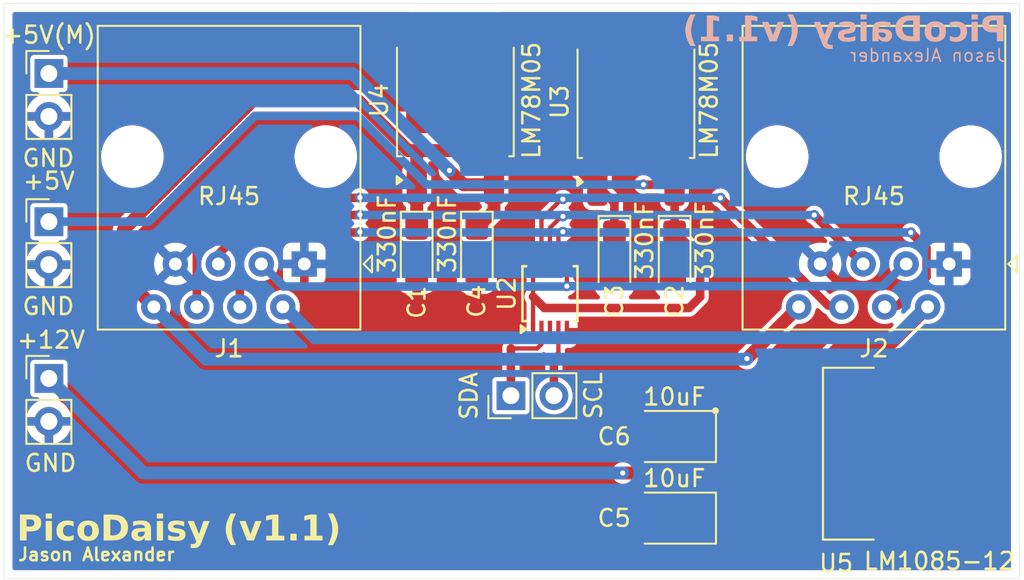
<source format=kicad_pcb>
(kicad_pcb (version 20240108) (generator "pcbnew") (generator_version "8.0")
  (title_block (title "PicoChain Generic Reference Device Implementation") (date "2024-08-22") (rev "v1.1") (comment 2 "http://www.tapr.org/OHL") (comment 3 "Licence: The TAPR Open Hardware License") (comment 4 "Author: Jason Alexander"))
  (layers (0 "F.Cu" signal) (31 "B.Cu" signal) (34 "B.Paste" user) (35 "F.Paste" user) (36 "B.SilkS" user "B.Silkscreen") (37 "F.SilkS" user "F.Silkscreen") (38 "B.Mask" user) (39 "F.Mask" user) (44 "Edge.Cuts" user))
  (net 0 "")
  (net 1 "/+5V(M)")
  (net 2 "GND")
  (net 3 "+5V")
  (net 4 "+12V")
  (net 5 "Net-(J5-Pin_2)")
  (net 6 "Net-(U2-DSDAP)")
  (net 7 "Net-(U2-DSDAM)")
  (net 8 "Net-(U2-DSCLM)")
  (net 9 "Net-(U2-DSCLP)")
  (net 11 "Net-(J5-Pin_1)")
  (net 12 "+24V")
  (net 13 "/+12V(R)")
  (footprint "Capacitor_Tantalum_SMD:CP_EIA-3528-21_Kemet-B" (layer "F.Cu") (at 139.608 91.599 180)
    (property "Reference" "C6" (at 3.556 0 0) (layer "F.SilkS"))
    (property "Value" "10uF" (at 0 2.35 0) (layer "F.SilkS"))
    (fp_line (start 1.75 -1.51) (end -2.46 -1.51) (stroke (width 0.12)) (layer "F.SilkS"))
    (fp_line (start -2.46 1.51) (end 1.75 1.51) (stroke (width 0.12)) (layer "F.SilkS"))
    (fp_line (start -2.46 -1.51) (end -2.46 1.51) (stroke (width 0.12)) (layer "F.SilkS"))
    (pad "1" smd roundrect (at -1.5375 0 180) (size 1.325 2.35) (layers "F.Cu" "F.Paste" "F.Mask") (roundrect_rratio 0.188679) (net 13 "/+12V(R)"))
    (pad "2" smd roundrect (at 1.5375 0 180) (size 1.325 2.35) (layers "F.Cu" "F.Paste" "F.Mask") (roundrect_rratio 0.188679) (net 2 "GND"))
  )
  (footprint "LM1085IS-12:TO254P1524X483-4N" (layer "F.Cu") (at 151.038 92.615)
    (property "Reference" "U5" (at -1.87 6.477 0) (layer "F.SilkS"))
    (property "Value" "LM1085-12" (at 4.226 6.35 0) (layer "F.SilkS"))
    (fp_line (start -2.648 -5.08) (end -2.648 5.08) (stroke (width 0.127)) (layer "F.SilkS"))
    (fp_line (start -2.648 5.08) (end 0.35 5.08) (stroke (width 0.127)) (layer "F.SilkS"))
    (fp_line (start 0.35 -5.08) (end -2.648 -5.08) (stroke (width 0.127)) (layer "F.SilkS"))
    (fp_circle (center -9 -2.54) (end -8.9 -2.54) (stroke (width 0.2)) (fill none) (layer "F.SilkS"))
    (pad "1" smd roundrect (at -6.4 -2.54) (size 3.79 0.99) (layers "F.Cu" "F.Paste" "F.Mask") (roundrect_rratio 0.125) (net 2 "GND"))
    (pad "2" smd roundrect (at -6.4 0) (size 3.79 0.99) (layers "F.Cu" "F.Paste" "F.Mask") (roundrect_rratio 0.125) (net 13 "/+12V(R)"))
    (pad "3" smd roundrect (at -6.4 2.54) (size 3.79 0.99) (layers "F.Cu" "F.Paste" "F.Mask") (roundrect_rratio 0.125) (net 12 "+24V"))
    (pad "4" smd rect (at 4.48 0) (size 7.62 10.84) (layers "F.Cu" "F.Mask"))
  )
  (footprint "Capacitor_Tantalum_SMD:CP_EIA-3216-18_Kemet-A" (layer "F.Cu") (at 127.94 80.614 -90)
    (property "Reference" "C4" (at 2.984 0.016 90) (layer "F.SilkS"))
    (property "Value" "330nF" (at -1 1.75 90) (layer "F.SilkS"))
    (fp_line (start -2.31 0.935) (end 1.6 0.935) (stroke (width 0.12)) (layer "F.SilkS"))
    (fp_line (start -2.31 -0.935) (end -2.31 0.935) (stroke (width 0.12)) (layer "F.SilkS"))
    (fp_line (start 1.6 -0.935) (end -2.31 -0.935) (stroke (width 0.12)) (layer "F.SilkS"))
    (pad "1" smd roundrect (at -1.35 0 270) (size 1.4 1.35) (layers "F.Cu" "F.Paste" "F.Mask") (roundrect_rratio 0.185185) (net 1 "/+5V(M)"))
    (pad "2" smd roundrect (at 1.35 0 270) (size 1.4 1.35) (layers "F.Cu" "F.Paste" "F.Mask") (roundrect_rratio 0.185185) (net 2 "GND"))
  )
  (footprint "Package_SO:TSSOP-10_3x3mm_P0.5mm" (layer "F.Cu") (at 132.258 83.154 90)
    (property "Reference" "U2" (at 0 -2.55 90) (layer "F.SilkS"))
    (property "Value" "PCA9615DP")
    (fp_line (start 1.625 -1.625) (end 1.625 -1.4) (stroke (width 0.15)) (layer "F.SilkS"))
    (fp_line (start -1.625 -1.625) (end 1.625 -1.625) (stroke (width 0.15)) (layer "F.SilkS"))
    (fp_line (start -1.625 -1.625) (end -1.625 -1.4) (stroke (width 0.15)) (layer "F.SilkS"))
    (fp_line (start 1.625 1.625) (end 1.625 1.4) (stroke (width 0.15)) (layer "F.SilkS"))
    (fp_line (start -1.625 1.625) (end -1.625 1.4) (stroke (width 0.15)) (layer "F.SilkS"))
    (fp_line (start -1.625 1.625) (end 1.625 1.625) (stroke (width 0.15)) (layer "F.SilkS"))
    (fp_poly (pts (xy -2.1 -1.4) (xy -2.34 -1.73) (xy -1.86 -1.73) (xy -2.1 -1.4)) (stroke (width 0.12)) (fill solid) (layer "F.SilkS"))
    (pad "1" smd rect (at -2.15 -1 90) (size 1.1 0.25) (layers "F.Cu" "F.Paste" "F.Mask") (net 3 "+5V"))
    (pad "2" smd rect (at -2.15 -0.5 90) (size 1.1 0.25) (layers "F.Cu" "F.Paste" "F.Mask") (net 11 "Net-(J5-Pin_1)"))
    (pad "3" smd rect (at -2.15 0 90) (size 1.1 0.25) (layers "F.Cu" "F.Paste" "F.Mask"))
    (pad "4" smd rect (at -2.15 0.5 90) (size 1.1 0.25) (layers "F.Cu" "F.Paste" "F.Mask") (net 5 "Net-(J5-Pin_2)"))
    (pad "5" smd rect (at -2.15 1 90) (size 1.1 0.25) (layers "F.Cu" "F.Paste" "F.Mask") (net 2 "GND"))
    (pad "6" smd rect (at 2.15 1 90) (size 1.1 0.25) (layers "F.Cu" "F.Paste" "F.Mask") (net 8 "Net-(U2-DSCLM)"))
    (pad "7" smd rect (at 2.15 0.5 90) (size 1.1 0.25) (layers "F.Cu" "F.Paste" "F.Mask") (net 9 "Net-(U2-DSCLP)"))
    (pad "8" smd rect (at 2.15 0 90) (size 1.1 0.25) (layers "F.Cu" "F.Paste" "F.Mask") (net 6 "Net-(U2-DSDAP)"))
    (pad "9" smd rect (at 2.15 -0.5 90) (size 1.1 0.25) (layers "F.Cu" "F.Paste" "F.Mask") (net 7 "Net-(U2-DSDAM)"))
    (pad "10" smd rect (at 2.15 -1 90) (size 1.1 0.25) (layers "F.Cu" "F.Paste" "F.Mask") (net 3 "+5V"))
  )
  (footprint "Connector_PinHeader_2.54mm:PinHeader_1x02_P2.54mm_Vertical" (layer "F.Cu") (at 102.651 88.165)
    (property "Reference" "J3" (hide yes))
    (property "Value" "+12V" (at 0.127 -2.281 0) (layer "F.SilkS"))
    (fp_line (start -1.33 -1.33) (end 0 -1.33) (stroke (width 0.12)) (layer "F.SilkS"))
    (fp_line (start -1.33 0) (end -1.33 -1.33) (stroke (width 0.12)) (layer "F.SilkS"))
    (fp_line (start -1.33 1.27) (end -1.33 3.87) (stroke (width 0.12)) (layer "F.SilkS"))
    (fp_line (start -1.33 1.27) (end 1.33 1.27) (stroke (width 0.12)) (layer "F.SilkS"))
    (fp_line (start -1.33 3.87) (end 1.33 3.87) (stroke (width 0.12)) (layer "F.SilkS"))
    (fp_line (start 1.33 1.27) (end 1.33 3.87) (stroke (width 0.12)) (layer "F.SilkS"))
    (pad "1" thru_hole rect (at 0 0) (size 1.7 1.7) (drill 1) (layers "*.Cu" "*.Mask") (net 13 "/+12V(R)"))
    (pad "2" thru_hole oval (at 0 2.54) (size 1.7 1.7) (drill 1) (layers "*.Cu" "*.Mask") (net 2 "GND"))
  )
  (footprint "Connector_RJ:RJ45_Amphenol_54602-x08_Horizontal" (layer "F.Cu") (at 117.7445 81.396 180)
    (property "Reference" "J1" (at 4.445 -5 0) (layer "F.SilkS"))
    (property "Value" "RJ45" (at 4.445 4 0) (layer "F.SilkS"))
    (fp_line (start 12.205 -3.88) (end 12.205 14.08) (stroke (width 0.12)) (layer "F.SilkS"))
    (fp_line (start 12.205 -3.88) (end -3.315 -3.88) (stroke (width 0.12)) (layer "F.SilkS"))
    (fp_line (start -3.315 14.08) (end 12.205 14.08) (stroke (width 0.12)) (layer "F.SilkS"))
    (fp_line (start -3.315 -3.88) (end -3.315 14.08) (stroke (width 0.12)) (layer "F.SilkS"))
    (fp_line (start -3.5 0) (end -4 -0.5) (stroke (width 0.12)) (layer "F.SilkS"))
    (fp_line (start -4 0.5) (end -3.5 0) (stroke (width 0.12)) (layer "F.SilkS"))
    (fp_line (start -4 -0.5) (end -4 0.5) (stroke (width 0.12)) (layer "F.SilkS"))
    (pad "" np_thru_hole circle (at -1.27 6.35 180) (size 3.2 3.2) (drill 3.2) (layers "*.Cu" "*.Mask"))
    (pad "" np_thru_hole circle (at 10.16 6.35 180) (size 3.2 3.2) (drill 3.2) (layers "*.Cu" "*.Mask"))
    (pad "1" thru_hole rect (at 0 0 180) (size 1.5 1.5) (drill 0.76) (layers "*.Cu" "*.Mask") (net 2 "GND"))
    (pad "2" thru_hole circle (at 1.27 -2.54 180) (size 1.5 1.5) (drill 0.76) (layers "*.Cu" "*.Mask") (net 12 "+24V"))
    (pad "3" thru_hole circle (at 2.54 0 180) (size 1.5 1.5) (drill 0.76) (layers "*.Cu" "*.Mask") (net 8 "Net-(U2-DSCLM)"))
    (pad "4" thru_hole circle (at 3.81 -2.54 180) (size 1.5 1.5) (drill 0.76) (layers "*.Cu" "*.Mask") (net 9 "Net-(U2-DSCLP)"))
    (pad "5" thru_hole circle (at 5.08 0 180) (size 1.5 1.5) (drill 0.76) (layers "*.Cu" "*.Mask") (net 6 "Net-(U2-DSDAP)"))
    (pad "6" thru_hole circle (at 6.35 -2.54 180) (size 1.5 1.5) (drill 0.76) (layers "*.Cu" "*.Mask") (net 7 "Net-(U2-DSDAM)"))
    (pad "7" thru_hole circle (at 7.62 0 180) (size 1.5 1.5) (drill 0.76) (layers "*.Cu" "*.Mask") (net 2 "GND"))
    (pad "8" thru_hole circle (at 8.89 -2.54 180) (size 1.5 1.5) (drill 0.76) (layers "*.Cu" "*.Mask") (net 4 "+12V"))
  )
  (footprint "Capacitor_Tantalum_SMD:CP_EIA-3216-18_Kemet-A" (layer "F.Cu") (at 124.384 80.614 -90)
    (property "Reference" "C1" (at 3.048 -0.001 90) (layer "F.SilkS"))
    (property "Value" "330nF" (at -1 1.75 90) (layer "F.SilkS"))
    (fp_line (start -2.31 0.935) (end 1.6 0.935) (stroke (width 0.12)) (layer "F.SilkS"))
    (fp_line (start -2.31 -0.935) (end -2.31 0.935) (stroke (width 0.12)) (layer "F.SilkS"))
    (fp_line (start 1.6 -0.935) (end -2.31 -0.935) (stroke (width 0.12)) (layer "F.SilkS"))
    (pad "1" smd roundrect (at -1.35 0 270) (size 1.4 1.35) (layers "F.Cu" "F.Paste" "F.Mask") (roundrect_rratio 0.185185) (net 4 "+12V"))
    (pad "2" smd roundrect (at 1.35 0 270) (size 1.4 1.35) (layers "F.Cu" "F.Paste" "F.Mask") (roundrect_rratio 0.185185) (net 2 "GND"))
  )
  (footprint "Connector_PinHeader_2.54mm:PinHeader_1x02_P2.54mm_Vertical" (layer "F.Cu") (at 102.651 78.894)
    (property "Reference" "J6" (hide yes))
    (property "Value" "+5V" (at 0 -2.408 0) (layer "F.SilkS"))
    (fp_line (start -1.33 -1.33) (end 0 -1.33) (stroke (width 0.12)) (layer "F.SilkS"))
    (fp_line (start -1.33 0) (end -1.33 -1.33) (stroke (width 0.12)) (layer "F.SilkS"))
    (fp_line (start -1.33 1.27) (end -1.33 3.87) (stroke (width 0.12)) (layer "F.SilkS"))
    (fp_line (start -1.33 1.27) (end 1.33 1.27) (stroke (width 0.12)) (layer "F.SilkS"))
    (fp_line (start -1.33 3.87) (end 1.33 3.87) (stroke (width 0.12)) (layer "F.SilkS"))
    (fp_line (start 1.33 1.27) (end 1.33 3.87) (stroke (width 0.12)) (layer "F.SilkS"))
    (pad "1" thru_hole rect (at 0 0) (size 1.7 1.7) (drill 1) (layers "*.Cu" "*.Mask") (net 3 "+5V"))
    (pad "2" thru_hole oval (at 0 2.54) (size 1.7 1.7) (drill 1) (layers "*.Cu" "*.Mask") (net 2 "GND"))
  )
  (footprint "Capacitor_Tantalum_SMD:CP_EIA-3216-18_Kemet-A" (layer "F.Cu") (at 136.068 80.868 -90)
    (property "Reference" "C3" (at 2.73 0 90) (layer "F.SilkS"))
    (property "Value" "330nF" (at -0.868 -1.778 90) (layer "F.SilkS"))
    (fp_line (start -2.31 0.935) (end 1.6 0.935) (stroke (width 0.12)) (layer "F.SilkS"))
    (fp_line (start -2.31 -0.935) (end -2.31 0.935) (stroke (width 0.12)) (layer "F.SilkS"))
    (fp_line (start 1.6 -0.935) (end -2.31 -0.935) (stroke (width 0.12)) (layer "F.SilkS"))
    (pad "1" smd roundrect (at -1.35 0 270) (size 1.4 1.35) (layers "F.Cu" "F.Paste" "F.Mask") (roundrect_rratio 0.185185) (net 4 "+12V"))
    (pad "2" smd roundrect (at 1.35 0 270) (size 1.4 1.35) (layers "F.Cu" "F.Paste" "F.Mask") (roundrect_rratio 0.185185) (net 2 "GND"))
  )
  (footprint "Capacitor_Tantalum_SMD:CP_EIA-3216-18_Kemet-A" (layer "F.Cu") (at 139.624 80.868 -90)
    (property "Reference" "C2" (at 2.73 0 90) (layer "F.SilkS"))
    (property "Value" "330nF" (at -0.868 -1.778 90) (layer "F.SilkS"))
    (fp_line (start -2.31 0.935) (end 1.6 0.935) (stroke (width 0.12)) (layer "F.SilkS"))
    (fp_line (start -2.31 -0.935) (end -2.31 0.935) (stroke (width 0.12)) (layer "F.SilkS"))
    (fp_line (start 1.6 -0.935) (end -2.31 -0.935) (stroke (width 0.12)) (layer "F.SilkS"))
    (pad "1" smd roundrect (at -1.35 0 270) (size 1.4 1.35) (layers "F.Cu" "F.Paste" "F.Mask") (roundrect_rratio 0.185185) (net 3 "+5V"))
    (pad "2" smd roundrect (at 1.35 0 270) (size 1.4 1.35) (layers "F.Cu" "F.Paste" "F.Mask") (roundrect_rratio 0.185185) (net 2 "GND"))
  )
  (footprint "Package_TO_SOT_SMD:TO-252-2" (layer "F.Cu") (at 137.339 71.817 90)
    (property "Reference" "U3" (at 0 -4.5 90) (layer "F.SilkS"))
    (property "Value" "LM78M05" (at 0.093 4.317 90) (layer "F.SilkS"))
    (fp_line (start 3.11 -3.45) (end -3.31 -3.45) (stroke (width 0.12)) (layer "F.SilkS"))
    (fp_line (start -3.31 -3.45) (end -3.31 -3.18) (stroke (width 0.12)) (layer "F.SilkS"))
    (fp_line (start 3.11 3.45) (end -3.31 3.45) (stroke (width 0.12)) (layer "F.SilkS"))
    (fp_line (start -3.31 3.45) (end -3.31 3.18) (stroke (width 0.12)) (layer "F.SilkS"))
    (fp_poly (pts (xy -4.73 -3.14) (xy -4.97 -3.47) (xy -4.49 -3.47) (xy -4.73 -3.14)) (stroke (width 0.12)) (fill solid) (layer "F.SilkS"))
    (pad "1" smd roundrect (at -5.04 -2.28 90) (size 2.2 1.2) (layers "F.Cu" "F.Paste" "F.Mask") (roundrect_rratio 0.208333) (net 4 "+12V"))
    (pad "2" smd roundrect (at -0.415 -1.525 90) (size 3.05 2.75) (layers "F.Cu" "F.Paste") (roundrect_rratio 0.090909) (net 2 "GND"))
    (pad "2" smd roundrect (at -0.415 1.525 90) (size 3.05 2.75) (layers "F.Cu" "F.Paste") (roundrect_rratio 0.090909) (net 2 "GND"))
    (pad "2" smd roundrect (at 1.26 0 90) (size 6.4 5.8) (layers "F.Cu" "F.Mask") (roundrect_rratio 0.043103) (net 2 "GND"))
    (pad "2" smd roundrect (at 2.935 -1.525 90) (size 3.05 2.75) (layers "F.Cu" "F.Paste") (roundrect_rratio 0.090909) (net 2 "GND"))
    (pad "2" smd roundrect (at 2.935 1.525 90) (size 3.05 2.75) (layers "F.Cu" "F.Paste") (roundrect_rratio 0.090909) (net 2 "GND"))
    (pad "3" smd roundrect (at -5.04 2.28 90) (size 2.2 1.2) (layers "F.Cu" "F.Paste" "F.Mask") (roundrect_rratio 0.208333) (net 3 "+5V"))
  )
  (footprint "Capacitor_Tantalum_SMD:CP_EIA-3528-21_Kemet-B" (layer "F.Cu") (at 139.608 96.425 180)
    (property "Reference" "C5" (at 3.556 0 0) (layer "F.SilkS"))
    (property "Value" "10uF" (at 0 2.35 0) (layer "F.SilkS"))
    (fp_line (start 1.75 -1.51) (end -2.46 -1.51) (stroke (width 0.12)) (layer "F.SilkS"))
    (fp_line (start -2.46 1.51) (end 1.75 1.51) (stroke (width 0.12)) (layer "F.SilkS"))
    (fp_line (start -2.46 -1.51) (end -2.46 1.51) (stroke (width 0.12)) (layer "F.SilkS"))
    (pad "1" smd roundrect (at -1.5375 0 180) (size 1.325 2.35) (layers "F.Cu" "F.Paste" "F.Mask") (roundrect_rratio 0.188679) (net 12 "+24V"))
    (pad "2" smd roundrect (at 1.5375 0 180) (size 1.325 2.35) (layers "F.Cu" "F.Paste" "F.Mask") (roundrect_rratio 0.188679) (net 2 "GND"))
  )
  (footprint "Connector_PinHeader_2.54mm:PinHeader_1x02_P2.54mm_Vertical" (layer "F.Cu") (at 129.951 89.186 90)
    (property "Reference" "J5" (hide yes))
    (property "Value" "SCL" (at 0 4.87 90) (layer "F.SilkS"))
    (fp_line (start -1.33 -1.33) (end 0 -1.33) (stroke (width 0.12)) (layer "F.SilkS"))
    (fp_line (start -1.33 0) (end -1.33 -1.33) (stroke (width 0.12)) (layer "F.SilkS"))
    (fp_line (start 1.33 1.27) (end 1.33 3.87) (stroke (width 0.12)) (layer "F.SilkS"))
    (fp_line (start -1.33 1.27) (end 1.33 1.27) (stroke (width 0.12)) (layer "F.SilkS"))
    (fp_line (start -1.33 1.27) (end -1.33 3.87) (stroke (width 0.12)) (layer "F.SilkS"))
    (fp_line (start -1.33 3.87) (end 1.33 3.87) (stroke (width 0.12)) (layer "F.SilkS"))
    (pad "1" thru_hole rect (at 0 0 90) (size 1.7 1.7) (drill 1) (layers "*.Cu" "*.Mask") (net 11 "Net-(J5-Pin_1)"))
    (pad "2" thru_hole oval (at 0 2.54 90) (size 1.7 1.7) (drill 1) (layers "*.Cu" "*.Mask") (net 5 "Net-(J5-Pin_2)"))
  )
  (footprint "Connector_RJ:RJ45_Amphenol_54602-x08_Horizontal" (layer "F.Cu") (at 155.8445 81.396 180)
    (property "Reference" "J2" (at 4.445 -5 0) (layer "F.SilkS"))
    (property "Value" "RJ45" (at 4.445 4 0) (layer "F.SilkS"))
    (fp_line (start 12.205 -3.88) (end 12.205 14.08) (stroke (width 0.12)) (layer "F.SilkS"))
    (fp_line (start 12.205 -3.88) (end -3.315 -3.88) (stroke (width 0.12)) (layer "F.SilkS"))
    (fp_line (start -3.315 14.08) (end 12.205 14.08) (stroke (width 0.12)) (layer "F.SilkS"))
    (fp_line (start -3.315 -3.88) (end -3.315 14.08) (stroke (width 0.12)) (layer "F.SilkS"))
    (fp_line (start -3.5 0) (end -4 -0.5) (stroke (width 0.12)) (layer "F.SilkS"))
    (fp_line (start -4 0.5) (end -3.5 0) (stroke (width 0.12)) (layer "F.SilkS"))
    (fp_line (start -4 -0.5) (end -4 0.5) (stroke (width 0.12)) (layer "F.SilkS"))
    (pad "" np_thru_hole circle (at -1.27 6.35 180) (size 3.2 3.2) (drill 3.2) (layers "*.Cu" "*.Mask"))
    (pad "" np_thru_hole circle (at 10.16 6.35 180) (size 3.2 3.2) (drill 3.2) (layers "*.Cu" "*.Mask"))
    (pad "1" thru_hole rect (at 0 0 180) (size 1.5 1.5) (drill 0.76) (layers "*.Cu" "*.Mask") (net 2 "GND"))
    (pad "2" thru_hole circle (at 1.27 -2.54 180) (size 1.5 1.5) (drill 0.76) (layers "*.Cu" "*.Mask") (net 12 "+24V"))
    (pad "3" thru_hole circle (at 2.54 0 180) (size 1.5 1.5) (drill 0.76) (layers "*.Cu" "*.Mask") (net 8 "Net-(U2-DSCLM)"))
    (pad "4" thru_hole circle (at 3.81 -2.54 180) (size 1.5 1.5) (drill 0.76) (layers "*.Cu" "*.Mask") (net 9 "Net-(U2-DSCLP)"))
    (pad "5" thru_hole circle (at 5.08 0 180) (size 1.5 1.5) (drill 0.76) (layers "*.Cu" "*.Mask") (net 6 "Net-(U2-DSDAP)"))
    (pad "6" thru_hole circle (at 6.35 -2.54 180) (size 1.5 1.5) (drill 0.76) (layers "*.Cu" "*.Mask") (net 7 "Net-(U2-DSDAM)"))
    (pad "7" thru_hole circle (at 7.62 0 180) (size 1.5 1.5) (drill 0.76) (layers "*.Cu" "*.Mask") (net 2 "GND"))
    (pad "8" thru_hole circle (at 8.89 -2.54 180) (size 1.5 1.5) (drill 0.76) (layers "*.Cu" "*.Mask") (net 4 "+12V"))
  )
  (footprint "Package_TO_SOT_SMD:TO-252-2" (layer "F.Cu") (at 126.67 71.714 90)
    (property "Reference" "U4" (at 0 -4.5 90) (layer "F.SilkS"))
    (property "Value" "LM78M05" (at -0.01 4.5 90) (layer "F.SilkS"))
    (fp_line (start 3.11 -3.45) (end -3.31 -3.45) (stroke (width 0.12)) (layer "F.SilkS"))
    (fp_line (start -3.31 -3.45) (end -3.31 -3.18) (stroke (width 0.12)) (layer "F.SilkS"))
    (fp_line (start 3.11 3.45) (end -3.31 3.45) (stroke (width 0.12)) (layer "F.SilkS"))
    (fp_line (start -3.31 3.45) (end -3.31 3.18) (stroke (width 0.12)) (layer "F.SilkS"))
    (fp_poly (pts (xy -4.73 -3.14) (xy -4.97 -3.47) (xy -4.49 -3.47) (xy -4.73 -3.14)) (stroke (width 0.12)) (fill solid) (layer "F.SilkS"))
    (pad "1" smd roundrect (at -5.04 -2.28 90) (size 2.2 1.2) (layers "F.Cu" "F.Paste" "F.Mask") (roundrect_rratio 0.208333) (net 4 "+12V"))
    (pad "2" smd roundrect (at -0.415 -1.525 90) (size 3.05 2.75) (layers "F.Cu" "F.Paste") (roundrect_rratio 0.090909) (net 2 "GND"))
    (pad "2" smd roundrect (at -0.415 1.525 90) (size 3.05 2.75) (layers "F.Cu" "F.Paste") (roundrect_rratio 0.090909) (net 2 "GND"))
    (pad "2" smd roundrect (at 1.26 0 90) (size 6.4 5.8) (layers "F.Cu" "F.Mask") (roundrect_rratio 0.043103) (net 2 "GND"))
    (pad "2" smd roundrect (at 2.935 -1.525 90) (size 3.05 2.75) (layers "F.Cu" "F.Paste") (roundrect_rratio 0.090909) (net 2 "GND"))
    (pad "2" smd roundrect (at 2.935 1.525 90) (size 3.05 2.75) (layers "F.Cu" "F.Paste") (roundrect_rratio 0.090909) (net 2 "GND"))
    (pad "3" smd roundrect (at -5.04 2.28 90) (size 2.2 1.2) (layers "F.Cu" "F.Paste" "F.Mask") (roundrect_rratio 0.208333) (net 1 "/+5V(M)"))
  )
  (footprint "Connector_PinHeader_2.54mm:PinHeader_1x02_P2.54mm_Vertical" (layer "F.Cu") (at 102.651 70.131)
    (property "Reference" "J4" (hide yes))
    (property "Value" "+5V(M)" (at 0 -2.281 0) (layer "F.SilkS"))
    (fp_line (start -1.33 -1.33) (end 0 -1.33) (stroke (width 0.12)) (layer "F.SilkS"))
    (fp_line (start -1.33 0) (end -1.33 -1.33) (stroke (width 0.12)) (layer "F.SilkS"))
    (fp_line (start -1.33 1.27) (end -1.33 3.87) (stroke (width 0.12)) (layer "F.SilkS"))
    (fp_line (start -1.33 1.27) (end 1.33 1.27) (stroke (width 0.12)) (layer "F.SilkS"))
    (fp_line (start -1.33 3.87) (end 1.33 3.87) (stroke (width 0.12)) (layer "F.SilkS"))
    (fp_line (start 1.33 1.27) (end 1.33 3.87) (stroke (width 0.12)) (layer "F.SilkS"))
    (pad "1" thru_hole rect (at 0 0) (size 1.7 1.7) (drill 1) (layers "*.Cu" "*.Mask") (net 1 "/+5V(M)"))
    (pad "2" thru_hole oval (at 0 2.54) (size 1.7 1.7) (drill 1) (layers "*.Cu" "*.Mask") (net 2 "GND"))
  )
  (gr_line (start 160 100) (end 100 100) (stroke (width 0.0254)) (layer "Edge.Cuts"))
  (gr_line (start 100 66) (end 160 66) (stroke (width 0.0254)) (layer "Edge.Cuts"))
  (gr_line (start 100 100) (end 100 66) (stroke (width 0.0254)) (layer "Edge.Cuts"))
  (gr_line (start 160 66) (end 160 100) (stroke (width 0.0254)) (layer "Edge.Cuts"))
  (gr_text "PicoDaisy (v1.1)" (at 159.25 68.484 0) (layer "B.SilkS") (effects (font (size 1.5 1.5) (thickness 0.3) (bold yes)) (justify left bottom mirror)))
  (gr_text "Jason Alexander" (at 159.25 69.5 0) (layer "B.SilkS") (effects (font (size 0.75 0.75) (thickness 0.09375)) (justify left bottom mirror)))
  (gr_text "GND" (at 101 75.724 0) (layer "F.SilkS") (effects (font (size 1 1)) (justify left bottom)))
  (gr_text "PicoDaisy (v1.1)" (at 100.75 98 0) (layer "F.SilkS") (effects (font (size 1.5 1.5) (thickness 0.3) (bold yes)) (justify left bottom)))
  (gr_text "SDA" (at 128.051 90.71 90) (layer "F.SilkS") (effects (font (size 1 1)) (justify left bottom)))
  (gr_text "GND" (at 101 84.487 0) (layer "F.SilkS") (effects (font (size 1 1)) (justify left bottom)))
  (gr_text "Jason Alexander" (at 100.75 99.016 0) (layer "F.SilkS") (effects (font (size 0.75 0.75) (thickness 0.15) (bold yes)) (justify left bottom)))
  (gr_text "GND" (at 101.127 93.758 0) (layer "F.SilkS") (effects (font (size 1 1)) (justify left bottom)))
  (segment (start 127.162 76.708) (end 128.916 76.708) (width 0.762) (layer "F.Cu") (net 1))
  (segment (start 126.319 75.865) (end 127.162 76.708) (width 0.762) (layer "F.Cu") (net 1))
  (segment (start 128.95 78.254) (end 127.94 79.264) (width 0.762) (layer "F.Cu") (net 1))
  (segment (start 128.95 76.754) (end 128.95 78.254) (width 0.762) (layer "F.Cu") (net 1))
  (via (at 126.319 75.865) (size 0.6) (drill 0.3) (layers "F.Cu" "B.Cu") (net 1))
  (segment (start 120.59 70.136) (end 102.656 70.136) (width 0.762) (layer "B.Cu") (net 1))
  (segment (start 126.319 75.865) (end 120.59 70.136) (width 0.762) (layer "B.Cu") (net 1))
  (segment (start 102.656 70.136) (end 102.651 70.131) (width 0.762) (layer "B.Cu") (net 1))
  (segment (start 138.0705 88.7945) (end 138.0705 91.599) (width 0.254) (layer "F.Cu") (net 2))
  (segment (start 133.258 85.304) (end 134.58 85.304) (width 0.254) (layer "F.Cu") (net 2))
  (segment (start 134.58 85.304) (end 138.0705 88.7945) (width 0.254) (layer "F.Cu") (net 2))
  (segment (start 141.132 83.344) (end 141.132 81.002) (width 0.508) (layer "F.Cu") (net 3))
  (segment (start 137.793 76.708) (end 139.47 76.708) (width 0.508) (layer "F.Cu") (net 3))
  (segment (start 139.624 79.438) (end 139.624 79.494) (width 0.254) (layer "F.Cu") (net 3))
  (segment (start 131.258 80.924) (end 131.258 83.328) (width 0.254) (layer "F.Cu") (net 3))
  (segment (start 131.258 83.328) (end 131.93 84) (width 0.508) (layer "F.Cu") (net 3))
  (segment (start 131.258 83.328) (end 131.258 85.224) (width 0.254) (layer "F.Cu") (net 3))
  (segment (start 139.624 79.772) (end 139.624 79.438) (width 0.254) (layer "F.Cu") (net 3))
  (segment (start 139.624 79.438) (end 139.624 76.782) (width 0.508) (layer "F.Cu") (net 3))
  (segment (start 140.476 84) (end 141.132 83.344) (width 0.508) (layer "F.Cu") (net 3))
  (segment (start 141.132 81.002) (end 139.624 79.494) (width 0.508) (layer "F.Cu") (net 3))
  (segment (start 137.785 76.7) (end 137.793 76.708) (width 0.508) (layer "F.Cu") (net 3))
  (segment (start 131.93 84) (end 140.476 84) (width 0.508) (layer "F.Cu") (net 3))
  (via (at 137.785 76.7) (size 0.6) (drill 0.3) (layers "F.Cu" "B.Cu") (net 3))
  (segment (start 108.558 78.894) (end 102.651 78.894) (width 0.508) (layer "B.Cu") (net 3))
  (segment (start 120.904 72.644) (end 114.808 72.644) (width 0.508) (layer "B.Cu") (net 3))
  (segment (start 114.808 72.644) (end 108.558 78.894) (width 0.508) (layer "B.Cu") (net 3))
  (segment (start 137.785 76.7) (end 124.96 76.7) (width 0.508) (layer "B.Cu") (net 3))
  (segment (start 124.96 76.7) (end 120.904 72.644) (width 0.508) (layer "B.Cu") (net 3))
  (segment (start 114.681 71.755) (end 107.061 79.375) (width 0.762) (layer "F.Cu") (net 4))
  (segment (start 143.89475 86.99575) (end 146.9545 83.936) (width 0.762) (layer "F.Cu") (net 4))
  (segment (start 124.39 74.698) (end 124.39 76.674) (width 0.762) (layer "F.Cu") (net 4))
  (segment (start 123.876 74.692) (end 120.939 71.755) (width 0.762) (layer "F.Cu") (net 4))
  (segment (start 136.068 77.786) (end 135.059 76.777) (width 0.508) (layer "F.Cu") (net 4))
  (segment (start 124.384 79.184) (end 124.384 76.68) (width 0.762) (layer "F.Cu") (net 4))
  (segment (start 135.059 76.777) (end 132.988 74.706) (width 0.762) (layer "F.Cu") (net 4))
  (segment (start 124.384 76.68) (end 124.39 76.674) (width 0.508) (layer "F.Cu") (net 4))
  (segment (start 107.061 79.375) (end 107.061 82.1425) (width 0.762) (layer "F.Cu") (net 4))
  (segment (start 132.988 74.692) (end 123.876 74.692) (width 0.762) (layer "F.Cu") (net 4))
  (segment (start 120.939 71.755) (end 114.681 71.755) (width 0.762) (layer "F.Cu") (net 4))
  (segment (start 136.068 79.438) (end 136.068 77.786) (width 0.508) (layer "F.Cu") (net 4))
  (segment (start 132.988 74.706) (end 132.988 74.692) (width 0.762) (layer "F.Cu") (net 4))
  (segment (start 107.061 82.1425) (end 108.8545 83.936) (width 0.762) (layer "F.Cu") (net 4))
  (via (at 143.89475 86.99575) (size 0.6) (drill 0.3) (layers "F.Cu" "B.Cu") (net 4))
  (segment (start 143.8635 87.027) (end 111.9455 87.027) (width 0.762) (layer "B.Cu") (net 4))
  (segment (start 111.9455 87.027) (end 108.8545 83.936) (width 0.762) (layer "B.Cu") (net 4))
  (segment (start 143.89475 86.99575) (end 143.8635 87.027) (width 0.762) (layer "B.Cu") (net 4))
  (segment (start 132.758 85.304) (end 132.758 86.638) (width 0.254) (layer "F.Cu") (net 5))
  (segment (start 132.491 86.905) (end 132.496 86.9) (width 0.508) (layer "F.Cu") (net 5))
  (segment (start 132.491 89.186) (end 132.491 86.905) (width 0.508) (layer "F.Cu") (net 5))
  (segment (start 132.758 86.638) (end 132.496 86.9) (width 0.254) (layer "F.Cu") (net 5))
  (segment (start 147.8705 78.502) (end 150.7645 81.396) (width 0.508) (layer "F.Cu") (net 6))
  (segment (start 132.258 80.924) (end 132.258 79.264) (width 0.254) (layer "F.Cu") (net 6))
  (segment (start 132.258 79.264) (end 133.02 78.502) (width 0.254) (layer "F.Cu") (net 6))
  (segment (start 121.015 78.502) (end 114.986 78.502) (width 0.508) (layer "F.Cu") (net 6))
  (segment (start 114.986 78.502) (end 112.6645 80.8235) (width 0.508) (layer "F.Cu") (net 6))
  (via (at 121.031 78.486) (size 0.6) (drill 0.3) (layers "F.Cu" "B.Cu") (net 6))
  (via (at 147.8705 78.502) (size 0.6) (drill 0.3) (layers "F.Cu" "B.Cu") (net 6))
  (via (at 133.02 78.582) (size 0.6) (drill 0.3) (layers "F.Cu" "B.Cu") (net 6))
  (segment (start 112.6645 80.8235) (end 112.6645 81.316) (width 0.508) (layer "B.Cu") (net 6))
  (segment (start 147.8705 78.502) (end 121.047 78.502) (width 0.508) (layer "B.Cu") (net 6))
  (segment (start 121.047 78.502) (end 121.031 78.486) (width 0.508) (layer "B.Cu") (net 6))
  (segment (start 121.031 78.486) (end 121.015 78.502) (width 0.508) (layer "B.Cu") (net 6))
  (segment (start 114.535814 77.486) (end 111.3945 80.627314) (width 0.508) (layer "F.Cu") (net 7))
  (segment (start 111.3945 80.627314) (end 111.3945 83.856) (width 0.508) (layer "F.Cu") (net 7))
  (segment (start 142.3305 77.486) (end 148.7005 83.856) (width 0.508) (layer "F.Cu") (net 7))
  (segment (start 131.758 80.924) (end 131.758 78.748) (width 0.254) (layer "F.Cu") (net 7))
  (segment (start 148.7005 83.856) (end 149.4945 83.856) (width 0.508) (layer "F.Cu") (net 7))
  (segment (start 121.015 77.486) (end 114.535814 77.486) (width 0.508) (layer "F.Cu") (net 7))
  (segment (start 131.758 78.748) (end 133.02 77.486) (width 0.254) (layer "F.Cu") (net 7))
  (via (at 121.031 77.47) (size 0.6) (drill 0.3) (layers "F.Cu" "B.Cu") (net 7))
  (via (at 142.3305 77.486) (size 0.6) (drill 0.3) (layers "F.Cu" "B.Cu") (net 7))
  (via (at 133.02 77.566) (size 0.6) (drill 0.3) (layers "F.Cu" "B.Cu") (net 7))
  (segment (start 121.047 77.486) (end 121.031 77.47) (width 0.508) (layer "B.Cu") (net 7))
  (segment (start 142.3305 77.486) (end 121.047 77.486) (width 0.508) (layer "B.Cu") (net 7))
  (segment (start 121.031 77.47) (end 121.015 77.486) (width 0.508) (layer "B.Cu") (net 7))
  (segment (start 149.4945 83.856) (end 149.042 83.856) (width 0.508) (layer "B.Cu") (net 7))
  (segment (start 133.258 81.004) (end 133.258 82.709) (width 0.254) (layer "F.Cu") (net 8))
  (via (at 133.258 82.709) (size 0.6) (drill 0.3) (layers "F.Cu" "B.Cu") (net 8))
  (segment (start 133.258 82.709) (end 151.9115 82.709) (width 0.508) (layer "B.Cu") (net 8))
  (segment (start 151.9115 82.709) (end 153.3045 81.316) (width 0.508) (layer "B.Cu") (net 8))
  (segment (start 133.258 82.709) (end 133.235 82.732) (width 0.508) (layer "B.Cu") (net 8))
  (segment (start 133.235 82.732) (end 116.5405 82.732) (width 0.508) (layer "B.Cu") (net 8))
  (segment (start 116.5405 82.732) (end 115.2045 81.396) (width 0.508) (layer "B.Cu") (net 8))
  (segment (start 154.5085 82.1595) (end 152.812 83.856) (width 0.508) (layer "F.Cu") (net 9))
  (segment (start 113.9345 80.883286) (end 113.9345 83.856) (width 0.508) (layer "F.Cu") (net 9))
  (segment (start 152.812 83.856) (end 152.467214 83.856) (width 0.508) (layer "F.Cu") (net 9))
  (segment (start 154.5085 80.4645) (end 154.5085 82.1595) (width 0.508) (layer "F.Cu") (net 9))
  (segment (start 153.578 79.534) (end 154.5085 80.4645) (width 0.508) (layer "F.Cu") (net 9))
  (segment (start 115.283786 79.534) (end 113.9345 80.883286) (width 0.508) (layer "F.Cu") (net 9))
  (segment (start 132.758 80.924) (end 132.758 79.674) (width 0.254) (layer "F.Cu") (net 9))
  (segment (start 120.999 79.534) (end 115.283786 79.534) (width 0.508) (layer "F.Cu") (net 9))
  (segment (start 132.758 79.674) (end 133.02 79.412) (width 0.254) (layer "F.Cu") (net 9))
  (via (at 121.031 79.502) (size 0.6) (drill 0.3) (layers "F.Cu" "B.Cu") (net 9))
  (via (at 153.578 79.534) (size 0.6) (drill 0.3) (layers "F.Cu" "B.Cu") (net 9))
  (via (at 133.02 79.492) (size 0.6) (drill 0.3) (layers "F.Cu" "B.Cu") (net 9))
  (segment (start 153.578 79.534) (end 121.063 79.534) (width 0.508) (layer "B.Cu") (net 9))
  (segment (start 121.063 79.534) (end 121.031 79.502) (width 0.508) (layer "B.Cu") (net 9))
  (segment (start 121.031 79.502) (end 120.999 79.534) (width 0.508) (layer "B.Cu") (net 9))
  (segment (start 131.758 86.133) (end 131.499 86.392) (width 0.254) (layer "F.Cu") (net 11))
  (segment (start 131.758 85.304) (end 131.758 86.133) (width 0.254) (layer "F.Cu") (net 11))
  (segment (start 131.499 86.392) (end 129.956 86.392) (width 0.254) (layer "F.Cu") (net 11))
  (segment (start 129.951 89.186) (end 129.951 86.397) (width 0.508) (layer "F.Cu") (net 11))
  (segment (start 129.951 86.397) (end 129.956 86.392) (width 0.508) (layer "F.Cu") (net 11))
  (segment (start 146.085 95.155) (end 144.638 95.155) (width 0.762) (layer "F.Cu") (net 12))
  (segment (start 148.244 92.996) (end 146.085 95.155) (width 0.762) (layer "F.Cu") (net 12))
  (segment (start 154.5745 83.936) (end 152.2775 86.233) (width 0.762) (layer "F.Cu") (net 12))
  (segment (start 148.244 87.408) (end 148.244 92.996) (width 0.762) (layer "F.Cu") (net 12))
  (segment (start 144.688 95.125) (end 144.638 95.075) (width 0.762) (layer "F.Cu") (net 12))
  (segment (start 144.638 95.155) (end 142.4155 95.155) (width 0.762) (layer "F.Cu") (net 12))
  (segment (start 142.4155 95.155) (end 141.1455 96.425) (width 0.762) (layer "F.Cu") (net 12))
  (segment (start 149.419 86.233) (end 148.244 87.408) (width 0.762) (layer "F.Cu") (net 12))
  (segment (start 152.2775 86.233) (end 149.419 86.233) (width 0.762) (layer "F.Cu") (net 12))
  (segment (start 116.4745 83.856) (end 118.3755 85.757) (width 0.762) (layer "B.Cu") (net 12))
  (segment (start 118.3755 85.757) (end 152.6735 85.757) (width 0.762) (layer "B.Cu") (net 12))
  (segment (start 152.6735 85.757) (end 154.5745 83.856) (width 0.762) (layer "B.Cu") (net 12))
  (segment (start 138.9865 93.758) (end 141.1455 91.599) (width 0.762) (layer "F.Cu") (net 13))
  (segment (start 136.56 93.758) (end 138.9865 93.758) (width 0.762) (layer "F.Cu") (net 13))
  (segment (start 144.638 92.615) (end 142.1615 92.615) (width 0.762) (layer "F.Cu") (net 13))
  (segment (start 142.1615 92.615) (end 141.1455 91.599) (width 0.762) (layer "F.Cu") (net 13))
  (via (at 136.56 93.758) (size 0.6) (drill 0.3) (layers "F.Cu" "B.Cu") (net 13))
  (segment (start 108.244 93.758) (end 102.651 88.165) (width 0.762) (layer "B.Cu") (net 13))
  (segment (start 136.56 93.758) (end 108.244 93.758) (width 0.762) (layer "B.Cu") (net 13))
  (zone (net 2) (net_name "GND") (layer "F.Cu") (connect_pads (clearance 0.254)) (min_thickness 0.254) (fill yes (thermal_gap 0.508) (thermal_bridge_width 0.508))
    (polygon (pts (xy 99.822 100.076) (xy 99.822 65.786) (xy 160.274 65.786) (xy 160.274 100.076)))
  )
  (zone (net 2) (net_name "GND") (layer "B.Cu") (priority 1) (connect_pads (clearance 0.254)) (min_thickness 0.254) (fill yes (thermal_gap 0.508) (thermal_bridge_width 0.508))
    (polygon (pts (xy 99.822 100.076) (xy 99.822 65.786) (xy 160.274 65.786) (xy 160.274 100.076)))
  )
)
</source>
